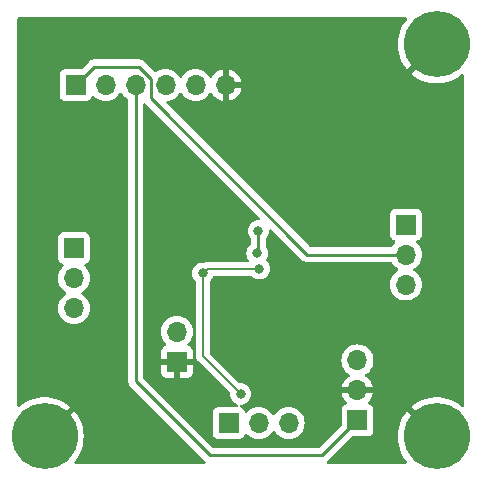
<source format=gbl>
G04 #@! TF.GenerationSoftware,KiCad,Pcbnew,7.0.8-7.0.8~ubuntu22.04.1*
G04 #@! TF.CreationDate,2024-01-26T15:47:28+01:00*
G04 #@! TF.ProjectId,imu,696d752e-6b69-4636-9164-5f7063625858,rev?*
G04 #@! TF.SameCoordinates,Original*
G04 #@! TF.FileFunction,Copper,L2,Bot*
G04 #@! TF.FilePolarity,Positive*
%FSLAX46Y46*%
G04 Gerber Fmt 4.6, Leading zero omitted, Abs format (unit mm)*
G04 Created by KiCad (PCBNEW 7.0.8-7.0.8~ubuntu22.04.1) date 2024-01-26 15:47:28*
%MOMM*%
%LPD*%
G01*
G04 APERTURE LIST*
G04 #@! TA.AperFunction,ComponentPad*
%ADD10R,1.700000X1.700000*%
G04 #@! TD*
G04 #@! TA.AperFunction,ComponentPad*
%ADD11O,1.700000X1.700000*%
G04 #@! TD*
G04 #@! TA.AperFunction,ComponentPad*
%ADD12C,3.600000*%
G04 #@! TD*
G04 #@! TA.AperFunction,ConnectorPad*
%ADD13C,5.600000*%
G04 #@! TD*
G04 #@! TA.AperFunction,ViaPad*
%ADD14C,0.800000*%
G04 #@! TD*
G04 #@! TA.AperFunction,Conductor*
%ADD15C,0.150000*%
G04 #@! TD*
G04 #@! TA.AperFunction,Conductor*
%ADD16C,0.250000*%
G04 #@! TD*
G04 APERTURE END LIST*
D10*
X95605888Y-65920584D03*
D11*
X95605888Y-63380584D03*
D10*
X115000000Y-54300000D03*
D11*
X115000000Y-56840000D03*
X115000000Y-59380000D03*
D10*
X86900000Y-56300000D03*
D11*
X86900000Y-58840000D03*
X86900000Y-61380000D03*
D12*
X117605888Y-72245584D03*
D13*
X117605888Y-72245584D03*
D10*
X100000000Y-71100000D03*
D11*
X102540000Y-71100000D03*
X105080000Y-71100000D03*
D12*
X117605888Y-39045584D03*
D13*
X117605888Y-39045584D03*
D12*
X84405888Y-72245584D03*
D13*
X84405888Y-72245584D03*
D10*
X110900000Y-70879999D03*
D11*
X110900000Y-68339999D03*
X110900000Y-65799999D03*
D10*
X87040000Y-42500000D03*
D11*
X89580000Y-42500000D03*
X92120000Y-42500000D03*
X94660000Y-42500000D03*
X97200000Y-42500000D03*
X99740000Y-42500000D03*
D14*
X90705888Y-72745584D03*
X102605888Y-66845584D03*
X98805888Y-59145584D03*
X85505888Y-65445584D03*
X89705888Y-62245584D03*
X101005888Y-68645584D03*
X97805888Y-58445584D03*
X102605888Y-58045584D03*
X102405888Y-56745584D03*
X102505888Y-54845584D03*
D15*
X97805888Y-58445584D02*
X98205888Y-58045584D01*
X97805888Y-65445584D02*
X97805888Y-58445584D01*
X98205888Y-58045584D02*
X102605888Y-58045584D01*
X101005888Y-68645584D02*
X97805888Y-65445584D01*
D16*
X87040000Y-42500000D02*
X88594416Y-40945584D01*
X93405888Y-41945584D02*
X93405888Y-43605888D01*
X93405888Y-43605888D02*
X106640000Y-56840000D01*
X88594416Y-40945584D02*
X92405888Y-40945584D01*
X92405888Y-40945584D02*
X93405888Y-41945584D01*
X106640000Y-56840000D02*
X115000000Y-56840000D01*
X98405888Y-73845584D02*
X107934415Y-73845584D01*
X92120000Y-67559696D02*
X98405888Y-73845584D01*
X107934415Y-73845584D02*
X110900000Y-70879999D01*
X92120000Y-42500000D02*
X92120000Y-67559696D01*
X102505888Y-54845584D02*
X102505888Y-56645584D01*
X102505888Y-56645584D02*
X102405888Y-56745584D01*
G04 #@! TA.AperFunction,Conductor*
G36*
X115028755Y-36765269D02*
G01*
X115074510Y-36818073D01*
X115084454Y-36887231D01*
X115056224Y-36949860D01*
X114974921Y-37045576D01*
X114774106Y-37341756D01*
X114606494Y-37657906D01*
X114606485Y-37657924D01*
X114474037Y-37990344D01*
X114474035Y-37990351D01*
X114378309Y-38335126D01*
X114378303Y-38335152D01*
X114320415Y-38688252D01*
X114320414Y-38688269D01*
X114301041Y-39045581D01*
X114301041Y-39045586D01*
X114320414Y-39402898D01*
X114320415Y-39402915D01*
X114378303Y-39756015D01*
X114378309Y-39756041D01*
X114474035Y-40100816D01*
X114474037Y-40100823D01*
X114606485Y-40433243D01*
X114606494Y-40433261D01*
X114774106Y-40749411D01*
X114974921Y-41045591D01*
X115102329Y-41195587D01*
X115102330Y-41195588D01*
X116308154Y-39989764D01*
X116471018Y-40180454D01*
X116661706Y-40343316D01*
X115453143Y-41551879D01*
X115453144Y-41551880D01*
X115466373Y-41564412D01*
X115466374Y-41564413D01*
X115751255Y-41780972D01*
X115751258Y-41780974D01*
X116057878Y-41965460D01*
X116382627Y-42115706D01*
X116382632Y-42115707D01*
X116721743Y-42229967D01*
X117071227Y-42306895D01*
X117426963Y-42345583D01*
X117426973Y-42345584D01*
X117784803Y-42345584D01*
X117784812Y-42345583D01*
X118140548Y-42306895D01*
X118490032Y-42229967D01*
X118829143Y-42115707D01*
X118829148Y-42115706D01*
X119153897Y-41965460D01*
X119460517Y-41780974D01*
X119460520Y-41780972D01*
X119706847Y-41593721D01*
X119772129Y-41568822D01*
X119840510Y-41583169D01*
X119890278Y-41632208D01*
X119905888Y-41692437D01*
X119905888Y-69598730D01*
X119886203Y-69665769D01*
X119833399Y-69711524D01*
X119764241Y-69721468D01*
X119706847Y-69697446D01*
X119460520Y-69510195D01*
X119460517Y-69510193D01*
X119153897Y-69325707D01*
X118829148Y-69175461D01*
X118829143Y-69175460D01*
X118490032Y-69061200D01*
X118140548Y-68984272D01*
X117784812Y-68945584D01*
X117426963Y-68945584D01*
X117071227Y-68984272D01*
X116721743Y-69061200D01*
X116382632Y-69175460D01*
X116382627Y-69175461D01*
X116057878Y-69325707D01*
X115751258Y-69510193D01*
X115751255Y-69510195D01*
X115466379Y-69726750D01*
X115453144Y-69739287D01*
X115453143Y-69739287D01*
X116661706Y-70947850D01*
X116471018Y-71110714D01*
X116308154Y-71301402D01*
X115102330Y-70095578D01*
X115102329Y-70095579D01*
X114974928Y-70245567D01*
X114974921Y-70245577D01*
X114774106Y-70541756D01*
X114606494Y-70857906D01*
X114606485Y-70857924D01*
X114474037Y-71190344D01*
X114474035Y-71190351D01*
X114378309Y-71535126D01*
X114378303Y-71535152D01*
X114320415Y-71888252D01*
X114320414Y-71888269D01*
X114301041Y-72245581D01*
X114301041Y-72245586D01*
X114320414Y-72602898D01*
X114320415Y-72602915D01*
X114378303Y-72956015D01*
X114378309Y-72956041D01*
X114474035Y-73300816D01*
X114474037Y-73300823D01*
X114606485Y-73633243D01*
X114606494Y-73633261D01*
X114774106Y-73949411D01*
X114974921Y-74245591D01*
X115056224Y-74341308D01*
X115084622Y-74405146D01*
X115073998Y-74474203D01*
X115027725Y-74526554D01*
X114961716Y-74545584D01*
X108418367Y-74545584D01*
X108351328Y-74525899D01*
X108305573Y-74473095D01*
X108295629Y-74403937D01*
X108324654Y-74340381D01*
X108330657Y-74333930D01*
X108334990Y-74329597D01*
X108349794Y-74316952D01*
X108366002Y-74305178D01*
X108395714Y-74269260D01*
X108399627Y-74264960D01*
X110397771Y-72266817D01*
X110459094Y-72233332D01*
X110485452Y-72230498D01*
X111797871Y-72230498D01*
X111797872Y-72230498D01*
X111857483Y-72224090D01*
X111992331Y-72173795D01*
X112107546Y-72087545D01*
X112193796Y-71972330D01*
X112244091Y-71837482D01*
X112250500Y-71777872D01*
X112250499Y-69982127D01*
X112244091Y-69922516D01*
X112208129Y-69826098D01*
X112193797Y-69787670D01*
X112193793Y-69787663D01*
X112107547Y-69672454D01*
X112107544Y-69672451D01*
X111992335Y-69586205D01*
X111992328Y-69586201D01*
X111860401Y-69536996D01*
X111804467Y-69495125D01*
X111780050Y-69429661D01*
X111794902Y-69361388D01*
X111816053Y-69333132D01*
X111938108Y-69211077D01*
X112073600Y-69017577D01*
X112173429Y-68803491D01*
X112173432Y-68803485D01*
X112230636Y-68589999D01*
X111333686Y-68589999D01*
X111359493Y-68549843D01*
X111400000Y-68411888D01*
X111400000Y-68268110D01*
X111359493Y-68130155D01*
X111333686Y-68089999D01*
X112230636Y-68089999D01*
X112230635Y-68089998D01*
X112173432Y-67876512D01*
X112173429Y-67876506D01*
X112073600Y-67662421D01*
X112073599Y-67662419D01*
X111938113Y-67468925D01*
X111938108Y-67468919D01*
X111771078Y-67301889D01*
X111585405Y-67171878D01*
X111541780Y-67117301D01*
X111534588Y-67047803D01*
X111566110Y-66985448D01*
X111585406Y-66968729D01*
X111715043Y-66877956D01*
X111771401Y-66838494D01*
X111938495Y-66671400D01*
X112074035Y-66477829D01*
X112173903Y-66263662D01*
X112235063Y-66035407D01*
X112255659Y-65799999D01*
X112235063Y-65564591D01*
X112173903Y-65336336D01*
X112074035Y-65122170D01*
X111962732Y-64963211D01*
X111938494Y-64928596D01*
X111771402Y-64761505D01*
X111771395Y-64761500D01*
X111577834Y-64625966D01*
X111577830Y-64625964D01*
X111475316Y-64578161D01*
X111363663Y-64526096D01*
X111363659Y-64526095D01*
X111363655Y-64526093D01*
X111135413Y-64464937D01*
X111135403Y-64464935D01*
X110900001Y-64444340D01*
X110899999Y-64444340D01*
X110664596Y-64464935D01*
X110664586Y-64464937D01*
X110436344Y-64526093D01*
X110436335Y-64526097D01*
X110222171Y-64625963D01*
X110222169Y-64625964D01*
X110028597Y-64761504D01*
X109861505Y-64928596D01*
X109725965Y-65122168D01*
X109725964Y-65122170D01*
X109626098Y-65336334D01*
X109626094Y-65336343D01*
X109564938Y-65564585D01*
X109564936Y-65564595D01*
X109544341Y-65799998D01*
X109544341Y-65799999D01*
X109564936Y-66035402D01*
X109564938Y-66035412D01*
X109626094Y-66263654D01*
X109626096Y-66263658D01*
X109626097Y-66263662D01*
X109664276Y-66345536D01*
X109725965Y-66477829D01*
X109725967Y-66477833D01*
X109861501Y-66671394D01*
X109861506Y-66671401D01*
X110028597Y-66838492D01*
X110028603Y-66838497D01*
X110214594Y-66968729D01*
X110258219Y-67023306D01*
X110265413Y-67092804D01*
X110233890Y-67155159D01*
X110214595Y-67171879D01*
X110028922Y-67301889D01*
X110028920Y-67301890D01*
X109861891Y-67468919D01*
X109861886Y-67468925D01*
X109726400Y-67662419D01*
X109726399Y-67662421D01*
X109626570Y-67876506D01*
X109626567Y-67876512D01*
X109569364Y-68089998D01*
X109569364Y-68089999D01*
X110466314Y-68089999D01*
X110440507Y-68130155D01*
X110400000Y-68268110D01*
X110400000Y-68411888D01*
X110440507Y-68549843D01*
X110466314Y-68589999D01*
X109569364Y-68589999D01*
X109626567Y-68803485D01*
X109626570Y-68803491D01*
X109726399Y-69017577D01*
X109861894Y-69211081D01*
X109983946Y-69333133D01*
X110017431Y-69394456D01*
X110012447Y-69464148D01*
X109970575Y-69520081D01*
X109939598Y-69536996D01*
X109807671Y-69586201D01*
X109807664Y-69586205D01*
X109692455Y-69672451D01*
X109692452Y-69672454D01*
X109606206Y-69787663D01*
X109606202Y-69787670D01*
X109555908Y-69922516D01*
X109549501Y-69982115D01*
X109549501Y-69982122D01*
X109549500Y-69982134D01*
X109549500Y-71294545D01*
X109529815Y-71361584D01*
X109513181Y-71382226D01*
X107711643Y-73183765D01*
X107650320Y-73217250D01*
X107623962Y-73220084D01*
X98716340Y-73220084D01*
X98649301Y-73200399D01*
X98628659Y-73183765D01*
X92781819Y-67336924D01*
X92748334Y-67275601D01*
X92745500Y-67249243D01*
X92745500Y-63380584D01*
X94250229Y-63380584D01*
X94270824Y-63615987D01*
X94270826Y-63615997D01*
X94331982Y-63844239D01*
X94331984Y-63844243D01*
X94331985Y-63844247D01*
X94431853Y-64058414D01*
X94431855Y-64058418D01*
X94540169Y-64213105D01*
X94567389Y-64251980D01*
X94567394Y-64251986D01*
X94689706Y-64374298D01*
X94723191Y-64435621D01*
X94718207Y-64505313D01*
X94676335Y-64561246D01*
X94645359Y-64578161D01*
X94513800Y-64627230D01*
X94513794Y-64627233D01*
X94398700Y-64713393D01*
X94398697Y-64713396D01*
X94312537Y-64828490D01*
X94312533Y-64828497D01*
X94262291Y-64963204D01*
X94262289Y-64963211D01*
X94255888Y-65022739D01*
X94255888Y-65670584D01*
X95172202Y-65670584D01*
X95146395Y-65710740D01*
X95105888Y-65848695D01*
X95105888Y-65992473D01*
X95146395Y-66130428D01*
X95172202Y-66170584D01*
X94255888Y-66170584D01*
X94255888Y-66818428D01*
X94262289Y-66877956D01*
X94262291Y-66877963D01*
X94312533Y-67012670D01*
X94312537Y-67012677D01*
X94398697Y-67127771D01*
X94398700Y-67127774D01*
X94513794Y-67213934D01*
X94513801Y-67213938D01*
X94648508Y-67264180D01*
X94648515Y-67264182D01*
X94708043Y-67270583D01*
X94708060Y-67270584D01*
X95355888Y-67270584D01*
X95355888Y-66356085D01*
X95463573Y-66405264D01*
X95570125Y-66420584D01*
X95641651Y-66420584D01*
X95748203Y-66405264D01*
X95855888Y-66356085D01*
X95855888Y-67270584D01*
X96503716Y-67270584D01*
X96503732Y-67270583D01*
X96563260Y-67264182D01*
X96563267Y-67264180D01*
X96697974Y-67213938D01*
X96697981Y-67213934D01*
X96813075Y-67127774D01*
X96813078Y-67127771D01*
X96899238Y-67012677D01*
X96899242Y-67012670D01*
X96949484Y-66877963D01*
X96949486Y-66877956D01*
X96955887Y-66818428D01*
X96955888Y-66818411D01*
X96955888Y-66170584D01*
X96039574Y-66170584D01*
X96065381Y-66130428D01*
X96105888Y-65992473D01*
X96105888Y-65848695D01*
X96065381Y-65710740D01*
X96039574Y-65670584D01*
X96955888Y-65670584D01*
X96955888Y-65022756D01*
X96955887Y-65022739D01*
X96949486Y-64963211D01*
X96949484Y-64963204D01*
X96899242Y-64828497D01*
X96899238Y-64828490D01*
X96813078Y-64713396D01*
X96813075Y-64713393D01*
X96697981Y-64627233D01*
X96697976Y-64627230D01*
X96566416Y-64578161D01*
X96510483Y-64536289D01*
X96486066Y-64470825D01*
X96500918Y-64402552D01*
X96522063Y-64374304D01*
X96644383Y-64251985D01*
X96779923Y-64058414D01*
X96879791Y-63844247D01*
X96940951Y-63615992D01*
X96961547Y-63380584D01*
X96940951Y-63145176D01*
X96879791Y-62916921D01*
X96779923Y-62702755D01*
X96745716Y-62653901D01*
X96644382Y-62509181D01*
X96477290Y-62342090D01*
X96477283Y-62342085D01*
X96283722Y-62206551D01*
X96283718Y-62206549D01*
X96283716Y-62206548D01*
X96069551Y-62106681D01*
X96069547Y-62106680D01*
X96069543Y-62106678D01*
X95841301Y-62045522D01*
X95841291Y-62045520D01*
X95605889Y-62024925D01*
X95605887Y-62024925D01*
X95370484Y-62045520D01*
X95370474Y-62045522D01*
X95142232Y-62106678D01*
X95142223Y-62106682D01*
X94928059Y-62206548D01*
X94928057Y-62206549D01*
X94734485Y-62342089D01*
X94567393Y-62509181D01*
X94431853Y-62702753D01*
X94431852Y-62702755D01*
X94331986Y-62916919D01*
X94331982Y-62916928D01*
X94270826Y-63145170D01*
X94270824Y-63145180D01*
X94250229Y-63380583D01*
X94250229Y-63380584D01*
X92745500Y-63380584D01*
X92745500Y-44134876D01*
X92765185Y-44067837D01*
X92817989Y-44022082D01*
X92887147Y-44012138D01*
X92948537Y-44039331D01*
X92982198Y-44067177D01*
X92986520Y-44071110D01*
X102648813Y-53733403D01*
X102682298Y-53794726D01*
X102677314Y-53864418D01*
X102635442Y-53920351D01*
X102569978Y-53944768D01*
X102561132Y-53945084D01*
X102411242Y-53945084D01*
X102378785Y-53951982D01*
X102226085Y-53984439D01*
X102226080Y-53984441D01*
X102053158Y-54061432D01*
X102053153Y-54061435D01*
X101900017Y-54172695D01*
X101773354Y-54313369D01*
X101678709Y-54477299D01*
X101678706Y-54477306D01*
X101620215Y-54657324D01*
X101620214Y-54657328D01*
X101600428Y-54845584D01*
X101620214Y-55033840D01*
X101620215Y-55033843D01*
X101678706Y-55213861D01*
X101678709Y-55213868D01*
X101773355Y-55377800D01*
X101795267Y-55402135D01*
X101848538Y-55461299D01*
X101878768Y-55524290D01*
X101880388Y-55544271D01*
X101880388Y-55951122D01*
X101860703Y-56018161D01*
X101829275Y-56051438D01*
X101814328Y-56062298D01*
X101800015Y-56072697D01*
X101673354Y-56213369D01*
X101578709Y-56377299D01*
X101578706Y-56377306D01*
X101520215Y-56557324D01*
X101520214Y-56557328D01*
X101500428Y-56745584D01*
X101520214Y-56933840D01*
X101520215Y-56933843D01*
X101578706Y-57113861D01*
X101578709Y-57113868D01*
X101676604Y-57283428D01*
X101674156Y-57284840D01*
X101693489Y-57338957D01*
X101677690Y-57407017D01*
X101627603Y-57455731D01*
X101569694Y-57470084D01*
X98247669Y-57470084D01*
X98239570Y-57469553D01*
X98219153Y-57466865D01*
X98205889Y-57465119D01*
X98205888Y-57465119D01*
X98202994Y-57465500D01*
X98172307Y-57469539D01*
X98172294Y-57469541D01*
X98168169Y-57470084D01*
X98168168Y-57470084D01*
X98059875Y-57484341D01*
X98055652Y-57484896D01*
X97933136Y-57535645D01*
X97885683Y-57545084D01*
X97711242Y-57545084D01*
X97678785Y-57551982D01*
X97526085Y-57584439D01*
X97526080Y-57584441D01*
X97353158Y-57661432D01*
X97353153Y-57661435D01*
X97200017Y-57772695D01*
X97073354Y-57913369D01*
X96978709Y-58077299D01*
X96978706Y-58077306D01*
X96920215Y-58257324D01*
X96920214Y-58257328D01*
X96900428Y-58445584D01*
X96920214Y-58633840D01*
X96920215Y-58633843D01*
X96978706Y-58813861D01*
X96978709Y-58813868D01*
X97073355Y-58977800D01*
X97198538Y-59116829D01*
X97228768Y-59179820D01*
X97230388Y-59199801D01*
X97230388Y-65403803D01*
X97229857Y-65411905D01*
X97225423Y-65445582D01*
X97229909Y-65479667D01*
X97229911Y-65479682D01*
X97245201Y-65595819D01*
X97245201Y-65595820D01*
X97303189Y-65735816D01*
X97373568Y-65827536D01*
X97373577Y-65827547D01*
X97395434Y-65856032D01*
X97395435Y-65856033D01*
X97395437Y-65856035D01*
X97418941Y-65874070D01*
X97422394Y-65876720D01*
X97428497Y-65882073D01*
X100067315Y-68520891D01*
X100100800Y-68582214D01*
X100102955Y-68621529D01*
X100100428Y-68645581D01*
X100100428Y-68645584D01*
X100120214Y-68833840D01*
X100120215Y-68833843D01*
X100178706Y-69013861D01*
X100178709Y-69013868D01*
X100273355Y-69177800D01*
X100400017Y-69318472D01*
X100553153Y-69429732D01*
X100553158Y-69429735D01*
X100726085Y-69506728D01*
X100726091Y-69506729D01*
X100728670Y-69507568D01*
X100729976Y-69508461D01*
X100732022Y-69509372D01*
X100731855Y-69509746D01*
X100786347Y-69547004D01*
X100813546Y-69611362D01*
X100801634Y-69680209D01*
X100754391Y-69731686D01*
X100690355Y-69749500D01*
X99102129Y-69749500D01*
X99102123Y-69749501D01*
X99042516Y-69755908D01*
X98907671Y-69806202D01*
X98907664Y-69806206D01*
X98792455Y-69892452D01*
X98792452Y-69892455D01*
X98706206Y-70007664D01*
X98706202Y-70007671D01*
X98655908Y-70142517D01*
X98649501Y-70202116D01*
X98649500Y-70202135D01*
X98649500Y-71997870D01*
X98649501Y-71997876D01*
X98655908Y-72057483D01*
X98706202Y-72192328D01*
X98706206Y-72192335D01*
X98792452Y-72307544D01*
X98792455Y-72307547D01*
X98907664Y-72393793D01*
X98907671Y-72393797D01*
X99042517Y-72444091D01*
X99042516Y-72444091D01*
X99049444Y-72444835D01*
X99102127Y-72450500D01*
X100897872Y-72450499D01*
X100957483Y-72444091D01*
X101092331Y-72393796D01*
X101207546Y-72307546D01*
X101293796Y-72192331D01*
X101342810Y-72060916D01*
X101384681Y-72004984D01*
X101450145Y-71980566D01*
X101518418Y-71995417D01*
X101546673Y-72016569D01*
X101668599Y-72138495D01*
X101765384Y-72206265D01*
X101862165Y-72274032D01*
X101862167Y-72274033D01*
X101862170Y-72274035D01*
X102076337Y-72373903D01*
X102304592Y-72435063D01*
X102481034Y-72450500D01*
X102539999Y-72455659D01*
X102540000Y-72455659D01*
X102540001Y-72455659D01*
X102598966Y-72450500D01*
X102775408Y-72435063D01*
X103003663Y-72373903D01*
X103217830Y-72274035D01*
X103411401Y-72138495D01*
X103578495Y-71971401D01*
X103708425Y-71785842D01*
X103763002Y-71742217D01*
X103832500Y-71735023D01*
X103894855Y-71766546D01*
X103911575Y-71785842D01*
X104041500Y-71971395D01*
X104041505Y-71971401D01*
X104208599Y-72138495D01*
X104305384Y-72206265D01*
X104402165Y-72274032D01*
X104402167Y-72274033D01*
X104402170Y-72274035D01*
X104616337Y-72373903D01*
X104844592Y-72435063D01*
X105021034Y-72450500D01*
X105079999Y-72455659D01*
X105080000Y-72455659D01*
X105080001Y-72455659D01*
X105138966Y-72450500D01*
X105315408Y-72435063D01*
X105543663Y-72373903D01*
X105757830Y-72274035D01*
X105951401Y-72138495D01*
X106118495Y-71971401D01*
X106254035Y-71777830D01*
X106353903Y-71563663D01*
X106415063Y-71335408D01*
X106435659Y-71100000D01*
X106415063Y-70864592D01*
X106353903Y-70636337D01*
X106254035Y-70422171D01*
X106248425Y-70414158D01*
X106118494Y-70228597D01*
X105951402Y-70061506D01*
X105951395Y-70061501D01*
X105757834Y-69925967D01*
X105757830Y-69925965D01*
X105750431Y-69922515D01*
X105543663Y-69826097D01*
X105543659Y-69826096D01*
X105543655Y-69826094D01*
X105315413Y-69764938D01*
X105315403Y-69764936D01*
X105080001Y-69744341D01*
X105079999Y-69744341D01*
X104844596Y-69764936D01*
X104844586Y-69764938D01*
X104616344Y-69826094D01*
X104616335Y-69826098D01*
X104402171Y-69925964D01*
X104402169Y-69925965D01*
X104208597Y-70061505D01*
X104041505Y-70228597D01*
X103911575Y-70414158D01*
X103856998Y-70457783D01*
X103787500Y-70464977D01*
X103725145Y-70433454D01*
X103708425Y-70414158D01*
X103578494Y-70228597D01*
X103411402Y-70061506D01*
X103411395Y-70061501D01*
X103217834Y-69925967D01*
X103217830Y-69925965D01*
X103210431Y-69922515D01*
X103003663Y-69826097D01*
X103003659Y-69826096D01*
X103003655Y-69826094D01*
X102775413Y-69764938D01*
X102775403Y-69764936D01*
X102540001Y-69744341D01*
X102539999Y-69744341D01*
X102304596Y-69764936D01*
X102304586Y-69764938D01*
X102076344Y-69826094D01*
X102076335Y-69826098D01*
X101862171Y-69925964D01*
X101862169Y-69925965D01*
X101668600Y-70061503D01*
X101546673Y-70183430D01*
X101485350Y-70216914D01*
X101415658Y-70211930D01*
X101359725Y-70170058D01*
X101342810Y-70139081D01*
X101293797Y-70007671D01*
X101293793Y-70007664D01*
X101207547Y-69892455D01*
X101207544Y-69892452D01*
X101092335Y-69806206D01*
X101092328Y-69806202D01*
X101038875Y-69786266D01*
X100982941Y-69744395D01*
X100958524Y-69678931D01*
X100973375Y-69610658D01*
X101022780Y-69561252D01*
X101082208Y-69546084D01*
X101100532Y-69546084D01*
X101100534Y-69546084D01*
X101285691Y-69506728D01*
X101458618Y-69429735D01*
X101611759Y-69318472D01*
X101738421Y-69177800D01*
X101833067Y-69013868D01*
X101891562Y-68833840D01*
X101911348Y-68645584D01*
X101891562Y-68457328D01*
X101833067Y-68277300D01*
X101738421Y-68113368D01*
X101611759Y-67972696D01*
X101604167Y-67967180D01*
X101458622Y-67861435D01*
X101458617Y-67861432D01*
X101285695Y-67784441D01*
X101285690Y-67784439D01*
X101139889Y-67753449D01*
X101100534Y-67745084D01*
X101100533Y-67745084D01*
X100970630Y-67745084D01*
X100903591Y-67725399D01*
X100882949Y-67708765D01*
X98417707Y-65243523D01*
X98384222Y-65182200D01*
X98381388Y-65155842D01*
X98381388Y-59199801D01*
X98401073Y-59132762D01*
X98413238Y-59116829D01*
X98538421Y-58977800D01*
X98633067Y-58813868D01*
X98667867Y-58706766D01*
X98707305Y-58649090D01*
X98771663Y-58621892D01*
X98785798Y-58621084D01*
X101857120Y-58621084D01*
X101924159Y-58640769D01*
X101949270Y-58662112D01*
X102000017Y-58718472D01*
X102000023Y-58718477D01*
X102153153Y-58829732D01*
X102153158Y-58829735D01*
X102326080Y-58906726D01*
X102326085Y-58906728D01*
X102511242Y-58946084D01*
X102511243Y-58946084D01*
X102700532Y-58946084D01*
X102700534Y-58946084D01*
X102885691Y-58906728D01*
X103058618Y-58829735D01*
X103211759Y-58718472D01*
X103338421Y-58577800D01*
X103433067Y-58413868D01*
X103491562Y-58233840D01*
X103511348Y-58045584D01*
X103491562Y-57857328D01*
X103433067Y-57677300D01*
X103338421Y-57513368D01*
X103211759Y-57372696D01*
X103211758Y-57372695D01*
X103206930Y-57368348D01*
X103207740Y-57367447D01*
X103169158Y-57317418D01*
X103163176Y-57247805D01*
X103177320Y-57210424D01*
X103233067Y-57113868D01*
X103291562Y-56933840D01*
X103311348Y-56745584D01*
X103291562Y-56557328D01*
X103233067Y-56377300D01*
X103233064Y-56377294D01*
X103148001Y-56229959D01*
X103131388Y-56167960D01*
X103131388Y-55544271D01*
X103151073Y-55477232D01*
X103163238Y-55461299D01*
X103181779Y-55440706D01*
X103238421Y-55377800D01*
X103333067Y-55213868D01*
X103391562Y-55033840D01*
X103411348Y-54845584D01*
X103406884Y-54803116D01*
X103419453Y-54734390D01*
X103467185Y-54683365D01*
X103534925Y-54666247D01*
X103601166Y-54688469D01*
X103617886Y-54702476D01*
X106139194Y-57223784D01*
X106149019Y-57236048D01*
X106149240Y-57235866D01*
X106154210Y-57241873D01*
X106154213Y-57241876D01*
X106154214Y-57241877D01*
X106204651Y-57289241D01*
X106225530Y-57310120D01*
X106231004Y-57314366D01*
X106235442Y-57318156D01*
X106269418Y-57350062D01*
X106269422Y-57350064D01*
X106286973Y-57359713D01*
X106303231Y-57370392D01*
X106319064Y-57382674D01*
X106341015Y-57392172D01*
X106361837Y-57401183D01*
X106367081Y-57403752D01*
X106407908Y-57426197D01*
X106427312Y-57431179D01*
X106445710Y-57437478D01*
X106464105Y-57445438D01*
X106510129Y-57452726D01*
X106515832Y-57453907D01*
X106560981Y-57465500D01*
X106581016Y-57465500D01*
X106600413Y-57467026D01*
X106620196Y-57470160D01*
X106666584Y-57465775D01*
X106672422Y-57465500D01*
X113724773Y-57465500D01*
X113791812Y-57485185D01*
X113826348Y-57518377D01*
X113961501Y-57711396D01*
X113961506Y-57711402D01*
X114128597Y-57878493D01*
X114128603Y-57878498D01*
X114314158Y-58008425D01*
X114357783Y-58063002D01*
X114364977Y-58132500D01*
X114333454Y-58194855D01*
X114314158Y-58211575D01*
X114128597Y-58341505D01*
X113961505Y-58508597D01*
X113825965Y-58702169D01*
X113825964Y-58702171D01*
X113726098Y-58916335D01*
X113726094Y-58916344D01*
X113664938Y-59144586D01*
X113664936Y-59144596D01*
X113644341Y-59379999D01*
X113644341Y-59380000D01*
X113664936Y-59615403D01*
X113664938Y-59615413D01*
X113726094Y-59843655D01*
X113726096Y-59843659D01*
X113726097Y-59843663D01*
X113742341Y-59878498D01*
X113825965Y-60057830D01*
X113825967Y-60057834D01*
X113895403Y-60156998D01*
X113961505Y-60251401D01*
X114128599Y-60418495D01*
X114225384Y-60486265D01*
X114322165Y-60554032D01*
X114322167Y-60554033D01*
X114322170Y-60554035D01*
X114536337Y-60653903D01*
X114764592Y-60715063D01*
X114952918Y-60731539D01*
X114999999Y-60735659D01*
X115000000Y-60735659D01*
X115000001Y-60735659D01*
X115039234Y-60732226D01*
X115235408Y-60715063D01*
X115463663Y-60653903D01*
X115677830Y-60554035D01*
X115871401Y-60418495D01*
X116038495Y-60251401D01*
X116174035Y-60057830D01*
X116273903Y-59843663D01*
X116335063Y-59615408D01*
X116355659Y-59380000D01*
X116335063Y-59144592D01*
X116273903Y-58916337D01*
X116174035Y-58702171D01*
X116136868Y-58649090D01*
X116038494Y-58508597D01*
X115871402Y-58341506D01*
X115871396Y-58341501D01*
X115685842Y-58211575D01*
X115642217Y-58156998D01*
X115635023Y-58087500D01*
X115666546Y-58025145D01*
X115685842Y-58008425D01*
X115742719Y-57968599D01*
X115871401Y-57878495D01*
X116038495Y-57711401D01*
X116174035Y-57517830D01*
X116273903Y-57303663D01*
X116335063Y-57075408D01*
X116355659Y-56840000D01*
X116335063Y-56604592D01*
X116274161Y-56377299D01*
X116273905Y-56376344D01*
X116273904Y-56376343D01*
X116273903Y-56376337D01*
X116174035Y-56162171D01*
X116173651Y-56161623D01*
X116038496Y-55968600D01*
X116021018Y-55951122D01*
X115916567Y-55846671D01*
X115883084Y-55785351D01*
X115888068Y-55715659D01*
X115929939Y-55659725D01*
X115960915Y-55642810D01*
X116092331Y-55593796D01*
X116207546Y-55507546D01*
X116293796Y-55392331D01*
X116344091Y-55257483D01*
X116350500Y-55197873D01*
X116350499Y-53402128D01*
X116344091Y-53342517D01*
X116293796Y-53207669D01*
X116293795Y-53207668D01*
X116293793Y-53207664D01*
X116207547Y-53092455D01*
X116207544Y-53092452D01*
X116092335Y-53006206D01*
X116092328Y-53006202D01*
X115957482Y-52955908D01*
X115957483Y-52955908D01*
X115897883Y-52949501D01*
X115897881Y-52949500D01*
X115897873Y-52949500D01*
X115897864Y-52949500D01*
X114102129Y-52949500D01*
X114102123Y-52949501D01*
X114042516Y-52955908D01*
X113907671Y-53006202D01*
X113907664Y-53006206D01*
X113792455Y-53092452D01*
X113792452Y-53092455D01*
X113706206Y-53207664D01*
X113706202Y-53207671D01*
X113655908Y-53342517D01*
X113649501Y-53402116D01*
X113649501Y-53402123D01*
X113649500Y-53402135D01*
X113649500Y-55197870D01*
X113649501Y-55197876D01*
X113655908Y-55257483D01*
X113706202Y-55392328D01*
X113706206Y-55392335D01*
X113792452Y-55507544D01*
X113792455Y-55507547D01*
X113907664Y-55593793D01*
X113907671Y-55593797D01*
X114039081Y-55642810D01*
X114095015Y-55684681D01*
X114119432Y-55750145D01*
X114104580Y-55818418D01*
X114083430Y-55846673D01*
X113961503Y-55968600D01*
X113826348Y-56161623D01*
X113771771Y-56205248D01*
X113724773Y-56214500D01*
X106950452Y-56214500D01*
X106883413Y-56194815D01*
X106862771Y-56178181D01*
X94737916Y-44053325D01*
X94704431Y-43992002D01*
X94709415Y-43922310D01*
X94751287Y-43866377D01*
X94814788Y-43842116D01*
X94895408Y-43835063D01*
X95123663Y-43773903D01*
X95337830Y-43674035D01*
X95531401Y-43538495D01*
X95698495Y-43371401D01*
X95828425Y-43185842D01*
X95883002Y-43142217D01*
X95952500Y-43135023D01*
X96014855Y-43166546D01*
X96031575Y-43185842D01*
X96161281Y-43371082D01*
X96161505Y-43371401D01*
X96328599Y-43538495D01*
X96425384Y-43606265D01*
X96522165Y-43674032D01*
X96522167Y-43674033D01*
X96522170Y-43674035D01*
X96736337Y-43773903D01*
X96736343Y-43773904D01*
X96736344Y-43773905D01*
X96791285Y-43788626D01*
X96964592Y-43835063D01*
X97141034Y-43850500D01*
X97199999Y-43855659D01*
X97200000Y-43855659D01*
X97200001Y-43855659D01*
X97258966Y-43850500D01*
X97435408Y-43835063D01*
X97663663Y-43773903D01*
X97877830Y-43674035D01*
X98071401Y-43538495D01*
X98238495Y-43371401D01*
X98368730Y-43185405D01*
X98423307Y-43141781D01*
X98492805Y-43134587D01*
X98555160Y-43166110D01*
X98571879Y-43185405D01*
X98701890Y-43371078D01*
X98868917Y-43538105D01*
X99062421Y-43673600D01*
X99276507Y-43773429D01*
X99276516Y-43773433D01*
X99490000Y-43830634D01*
X99490000Y-42935501D01*
X99597685Y-42984680D01*
X99704237Y-43000000D01*
X99775763Y-43000000D01*
X99882315Y-42984680D01*
X99990000Y-42935501D01*
X99990000Y-43830633D01*
X100203483Y-43773433D01*
X100203492Y-43773429D01*
X100417578Y-43673600D01*
X100611082Y-43538105D01*
X100778105Y-43371082D01*
X100913600Y-43177578D01*
X101013429Y-42963492D01*
X101013432Y-42963486D01*
X101070636Y-42750000D01*
X100173686Y-42750000D01*
X100199493Y-42709844D01*
X100240000Y-42571889D01*
X100240000Y-42428111D01*
X100199493Y-42290156D01*
X100173686Y-42250000D01*
X101070636Y-42250000D01*
X101070635Y-42249999D01*
X101013432Y-42036513D01*
X101013429Y-42036507D01*
X100913600Y-41822422D01*
X100913599Y-41822420D01*
X100778113Y-41628926D01*
X100778108Y-41628920D01*
X100611082Y-41461894D01*
X100417578Y-41326399D01*
X100203492Y-41226570D01*
X100203486Y-41226567D01*
X99990000Y-41169364D01*
X99990000Y-42064498D01*
X99882315Y-42015320D01*
X99775763Y-42000000D01*
X99704237Y-42000000D01*
X99597685Y-42015320D01*
X99490000Y-42064498D01*
X99490000Y-41169364D01*
X99489999Y-41169364D01*
X99276513Y-41226567D01*
X99276507Y-41226570D01*
X99062422Y-41326399D01*
X99062420Y-41326400D01*
X98868926Y-41461886D01*
X98868920Y-41461891D01*
X98701891Y-41628920D01*
X98701890Y-41628922D01*
X98571880Y-41814595D01*
X98517303Y-41858219D01*
X98447804Y-41865412D01*
X98385450Y-41833890D01*
X98368730Y-41814594D01*
X98238494Y-41628597D01*
X98071402Y-41461506D01*
X98071395Y-41461501D01*
X97877834Y-41325967D01*
X97877830Y-41325965D01*
X97877828Y-41325964D01*
X97663663Y-41226097D01*
X97663659Y-41226096D01*
X97663655Y-41226094D01*
X97435413Y-41164938D01*
X97435403Y-41164936D01*
X97200001Y-41144341D01*
X97199999Y-41144341D01*
X96964596Y-41164936D01*
X96964586Y-41164938D01*
X96736344Y-41226094D01*
X96736335Y-41226098D01*
X96522171Y-41325964D01*
X96522169Y-41325965D01*
X96328597Y-41461505D01*
X96161505Y-41628597D01*
X96031575Y-41814158D01*
X95976998Y-41857783D01*
X95907500Y-41864977D01*
X95845145Y-41833454D01*
X95828425Y-41814158D01*
X95698494Y-41628597D01*
X95531402Y-41461506D01*
X95531395Y-41461501D01*
X95337834Y-41325967D01*
X95337830Y-41325965D01*
X95337828Y-41325964D01*
X95123663Y-41226097D01*
X95123659Y-41226096D01*
X95123655Y-41226094D01*
X94895413Y-41164938D01*
X94895403Y-41164936D01*
X94660001Y-41144341D01*
X94659999Y-41144341D01*
X94424596Y-41164936D01*
X94424586Y-41164938D01*
X94196344Y-41226094D01*
X94196335Y-41226097D01*
X93982172Y-41325964D01*
X93982170Y-41325965D01*
X93884299Y-41394495D01*
X93818092Y-41416822D01*
X93750325Y-41399811D01*
X93725495Y-41380601D01*
X92906691Y-40561796D01*
X92896868Y-40549534D01*
X92896647Y-40549718D01*
X92891674Y-40543707D01*
X92873047Y-40526215D01*
X92841252Y-40496357D01*
X92830807Y-40485912D01*
X92820363Y-40475467D01*
X92814874Y-40471209D01*
X92810449Y-40467431D01*
X92776470Y-40435522D01*
X92776468Y-40435520D01*
X92776465Y-40435519D01*
X92758917Y-40425872D01*
X92742651Y-40415188D01*
X92726821Y-40402909D01*
X92684056Y-40384402D01*
X92678810Y-40381832D01*
X92637981Y-40359387D01*
X92637980Y-40359386D01*
X92618581Y-40354406D01*
X92600169Y-40348102D01*
X92581786Y-40340146D01*
X92581780Y-40340144D01*
X92535762Y-40332856D01*
X92530040Y-40331671D01*
X92484909Y-40320084D01*
X92484907Y-40320084D01*
X92464872Y-40320084D01*
X92445474Y-40318557D01*
X92438050Y-40317381D01*
X92425693Y-40315424D01*
X92425692Y-40315424D01*
X92379304Y-40319809D01*
X92373466Y-40320084D01*
X88677153Y-40320084D01*
X88661536Y-40318360D01*
X88661509Y-40318646D01*
X88653747Y-40317911D01*
X88584619Y-40320084D01*
X88555066Y-40320084D01*
X88554345Y-40320174D01*
X88548173Y-40320953D01*
X88542361Y-40321410D01*
X88495789Y-40322874D01*
X88495788Y-40322874D01*
X88476545Y-40328465D01*
X88457495Y-40332409D01*
X88437627Y-40334918D01*
X88437625Y-40334919D01*
X88394300Y-40352072D01*
X88388773Y-40353964D01*
X88344026Y-40366965D01*
X88344025Y-40366966D01*
X88326783Y-40377163D01*
X88309315Y-40385721D01*
X88290685Y-40393097D01*
X88290683Y-40393098D01*
X88252992Y-40420482D01*
X88248110Y-40423689D01*
X88207995Y-40447414D01*
X88193824Y-40461584D01*
X88179039Y-40474212D01*
X88162828Y-40485991D01*
X88133125Y-40521894D01*
X88129193Y-40526215D01*
X87542226Y-41113181D01*
X87480903Y-41146666D01*
X87454545Y-41149500D01*
X86142129Y-41149500D01*
X86142123Y-41149501D01*
X86082516Y-41155908D01*
X85947671Y-41206202D01*
X85947664Y-41206206D01*
X85832455Y-41292452D01*
X85832452Y-41292455D01*
X85746206Y-41407664D01*
X85746202Y-41407671D01*
X85695908Y-41542517D01*
X85689501Y-41602116D01*
X85689500Y-41602135D01*
X85689500Y-43397870D01*
X85689501Y-43397876D01*
X85695908Y-43457483D01*
X85746202Y-43592328D01*
X85746206Y-43592335D01*
X85832452Y-43707544D01*
X85832455Y-43707547D01*
X85947664Y-43793793D01*
X85947671Y-43793797D01*
X86082517Y-43844091D01*
X86082516Y-43844091D01*
X86089444Y-43844835D01*
X86142127Y-43850500D01*
X87937872Y-43850499D01*
X87997483Y-43844091D01*
X88132331Y-43793796D01*
X88247546Y-43707546D01*
X88333796Y-43592331D01*
X88382810Y-43460916D01*
X88424681Y-43404984D01*
X88490145Y-43380566D01*
X88558418Y-43395417D01*
X88586673Y-43416569D01*
X88708599Y-43538495D01*
X88805384Y-43606265D01*
X88902165Y-43674032D01*
X88902167Y-43674033D01*
X88902170Y-43674035D01*
X89116337Y-43773903D01*
X89116343Y-43773904D01*
X89116344Y-43773905D01*
X89171285Y-43788626D01*
X89344592Y-43835063D01*
X89521034Y-43850500D01*
X89579999Y-43855659D01*
X89580000Y-43855659D01*
X89580001Y-43855659D01*
X89638966Y-43850500D01*
X89815408Y-43835063D01*
X90043663Y-43773903D01*
X90257830Y-43674035D01*
X90451401Y-43538495D01*
X90618495Y-43371401D01*
X90748425Y-43185842D01*
X90803002Y-43142217D01*
X90872500Y-43135023D01*
X90934855Y-43166546D01*
X90951575Y-43185842D01*
X91081281Y-43371082D01*
X91081505Y-43371401D01*
X91248599Y-43538495D01*
X91441624Y-43673653D01*
X91485248Y-43728228D01*
X91494500Y-43775226D01*
X91494500Y-67476951D01*
X91492775Y-67492568D01*
X91493061Y-67492595D01*
X91492326Y-67500361D01*
X91494500Y-67569510D01*
X91494500Y-67599039D01*
X91494501Y-67599056D01*
X91495368Y-67605927D01*
X91495826Y-67611746D01*
X91497290Y-67658320D01*
X91497291Y-67658323D01*
X91502880Y-67677563D01*
X91506824Y-67696607D01*
X91509336Y-67716487D01*
X91526490Y-67759815D01*
X91528382Y-67765343D01*
X91541381Y-67810084D01*
X91551580Y-67827330D01*
X91560138Y-67844799D01*
X91567514Y-67863428D01*
X91594898Y-67901119D01*
X91598106Y-67906003D01*
X91621827Y-67946112D01*
X91621833Y-67946120D01*
X91635990Y-67960276D01*
X91648627Y-67975071D01*
X91660406Y-67991283D01*
X91682065Y-68009201D01*
X91696309Y-68020984D01*
X91700620Y-68024906D01*
X96417253Y-72741540D01*
X97905085Y-74229372D01*
X97914910Y-74241635D01*
X97915131Y-74241453D01*
X97920102Y-74247462D01*
X97940931Y-74267021D01*
X97970523Y-74294810D01*
X97980891Y-74305178D01*
X97991412Y-74315700D01*
X97991416Y-74315703D01*
X97991417Y-74315704D01*
X97996897Y-74319955D01*
X98001324Y-74323735D01*
X98008671Y-74330634D01*
X98009267Y-74331194D01*
X98044660Y-74391436D01*
X98041865Y-74461250D01*
X98001770Y-74518470D01*
X97937104Y-74544930D01*
X97924381Y-74545584D01*
X87050060Y-74545584D01*
X86983021Y-74525899D01*
X86937266Y-74473095D01*
X86927322Y-74403937D01*
X86955552Y-74341308D01*
X87036854Y-74245591D01*
X87237669Y-73949411D01*
X87405281Y-73633261D01*
X87405290Y-73633243D01*
X87537738Y-73300823D01*
X87537740Y-73300816D01*
X87633466Y-72956041D01*
X87633472Y-72956015D01*
X87691360Y-72602915D01*
X87691361Y-72602898D01*
X87710735Y-72245586D01*
X87710735Y-72245581D01*
X87691361Y-71888269D01*
X87691360Y-71888252D01*
X87633472Y-71535152D01*
X87633466Y-71535126D01*
X87537740Y-71190351D01*
X87537738Y-71190344D01*
X87405290Y-70857924D01*
X87405281Y-70857906D01*
X87237669Y-70541756D01*
X87036854Y-70245576D01*
X86909445Y-70095579D01*
X86909444Y-70095578D01*
X85703620Y-71301402D01*
X85540758Y-71110714D01*
X85350068Y-70947850D01*
X86558631Y-69739287D01*
X86558630Y-69739286D01*
X86545402Y-69726755D01*
X86545401Y-69726754D01*
X86260520Y-69510195D01*
X86260517Y-69510193D01*
X85953897Y-69325707D01*
X85629148Y-69175461D01*
X85629143Y-69175460D01*
X85290032Y-69061200D01*
X84940548Y-68984272D01*
X84584812Y-68945584D01*
X84226963Y-68945584D01*
X83871227Y-68984272D01*
X83521743Y-69061200D01*
X83182632Y-69175460D01*
X83182627Y-69175461D01*
X82857878Y-69325707D01*
X82551258Y-69510193D01*
X82551255Y-69510195D01*
X82304929Y-69697446D01*
X82239647Y-69722345D01*
X82171266Y-69707998D01*
X82121497Y-69658959D01*
X82105888Y-69598730D01*
X82105888Y-61380000D01*
X85544341Y-61380000D01*
X85564936Y-61615403D01*
X85564938Y-61615413D01*
X85626094Y-61843655D01*
X85626096Y-61843659D01*
X85626097Y-61843663D01*
X85710621Y-62024925D01*
X85725965Y-62057830D01*
X85725967Y-62057834D01*
X85830099Y-62206548D01*
X85861505Y-62251401D01*
X86028599Y-62418495D01*
X86125384Y-62486265D01*
X86222165Y-62554032D01*
X86222167Y-62554033D01*
X86222170Y-62554035D01*
X86436337Y-62653903D01*
X86664592Y-62715063D01*
X86852918Y-62731539D01*
X86899999Y-62735659D01*
X86900000Y-62735659D01*
X86900001Y-62735659D01*
X86939234Y-62732226D01*
X87135408Y-62715063D01*
X87363663Y-62653903D01*
X87577830Y-62554035D01*
X87771401Y-62418495D01*
X87938495Y-62251401D01*
X88074035Y-62057830D01*
X88173903Y-61843663D01*
X88235063Y-61615408D01*
X88255659Y-61380000D01*
X88235063Y-61144592D01*
X88173903Y-60916337D01*
X88074035Y-60702171D01*
X88040237Y-60653901D01*
X87938494Y-60508597D01*
X87771402Y-60341506D01*
X87771396Y-60341501D01*
X87585842Y-60211575D01*
X87542217Y-60156998D01*
X87535023Y-60087500D01*
X87566546Y-60025145D01*
X87585842Y-60008425D01*
X87608026Y-59992891D01*
X87771401Y-59878495D01*
X87938495Y-59711401D01*
X88074035Y-59517830D01*
X88173903Y-59303663D01*
X88235063Y-59075408D01*
X88255659Y-58840000D01*
X88235063Y-58604592D01*
X88173903Y-58376337D01*
X88074035Y-58162171D01*
X88053259Y-58132500D01*
X87938496Y-57968600D01*
X87883264Y-57913368D01*
X87816567Y-57846671D01*
X87783084Y-57785351D01*
X87788068Y-57715659D01*
X87829939Y-57659725D01*
X87860915Y-57642810D01*
X87992331Y-57593796D01*
X88107546Y-57507546D01*
X88193796Y-57392331D01*
X88244091Y-57257483D01*
X88250500Y-57197873D01*
X88250499Y-55402128D01*
X88244091Y-55342517D01*
X88212375Y-55257483D01*
X88193797Y-55207671D01*
X88193793Y-55207664D01*
X88107547Y-55092455D01*
X88107544Y-55092452D01*
X87992335Y-55006206D01*
X87992328Y-55006202D01*
X87857482Y-54955908D01*
X87857483Y-54955908D01*
X87797883Y-54949501D01*
X87797881Y-54949500D01*
X87797873Y-54949500D01*
X87797864Y-54949500D01*
X86002129Y-54949500D01*
X86002123Y-54949501D01*
X85942516Y-54955908D01*
X85807671Y-55006202D01*
X85807664Y-55006206D01*
X85692455Y-55092452D01*
X85692452Y-55092455D01*
X85606206Y-55207664D01*
X85606202Y-55207671D01*
X85555908Y-55342517D01*
X85549501Y-55402116D01*
X85549501Y-55402123D01*
X85549500Y-55402135D01*
X85549500Y-57197870D01*
X85549501Y-57197876D01*
X85555908Y-57257483D01*
X85606202Y-57392328D01*
X85606206Y-57392335D01*
X85692452Y-57507544D01*
X85692455Y-57507547D01*
X85807664Y-57593793D01*
X85807671Y-57593797D01*
X85939081Y-57642810D01*
X85995015Y-57684681D01*
X86019432Y-57750145D01*
X86004580Y-57818418D01*
X85983430Y-57846673D01*
X85861503Y-57968600D01*
X85725965Y-58162169D01*
X85725964Y-58162171D01*
X85626098Y-58376335D01*
X85626094Y-58376344D01*
X85564938Y-58604586D01*
X85564936Y-58604596D01*
X85544341Y-58839999D01*
X85544341Y-58840000D01*
X85564936Y-59075403D01*
X85564938Y-59075413D01*
X85626094Y-59303655D01*
X85626096Y-59303659D01*
X85626097Y-59303663D01*
X85661694Y-59380000D01*
X85725965Y-59517830D01*
X85725967Y-59517834D01*
X85861501Y-59711395D01*
X85861506Y-59711402D01*
X86028597Y-59878493D01*
X86028603Y-59878498D01*
X86214158Y-60008425D01*
X86257783Y-60063002D01*
X86264977Y-60132500D01*
X86233454Y-60194855D01*
X86214158Y-60211575D01*
X86028597Y-60341505D01*
X85861505Y-60508597D01*
X85725965Y-60702169D01*
X85725964Y-60702171D01*
X85626098Y-60916335D01*
X85626094Y-60916344D01*
X85564938Y-61144586D01*
X85564936Y-61144596D01*
X85544341Y-61379999D01*
X85544341Y-61380000D01*
X82105888Y-61380000D01*
X82105888Y-36869584D01*
X82125573Y-36802545D01*
X82178377Y-36756790D01*
X82229888Y-36745584D01*
X114961716Y-36745584D01*
X115028755Y-36765269D01*
G37*
G04 #@! TD.AperFunction*
M02*

</source>
